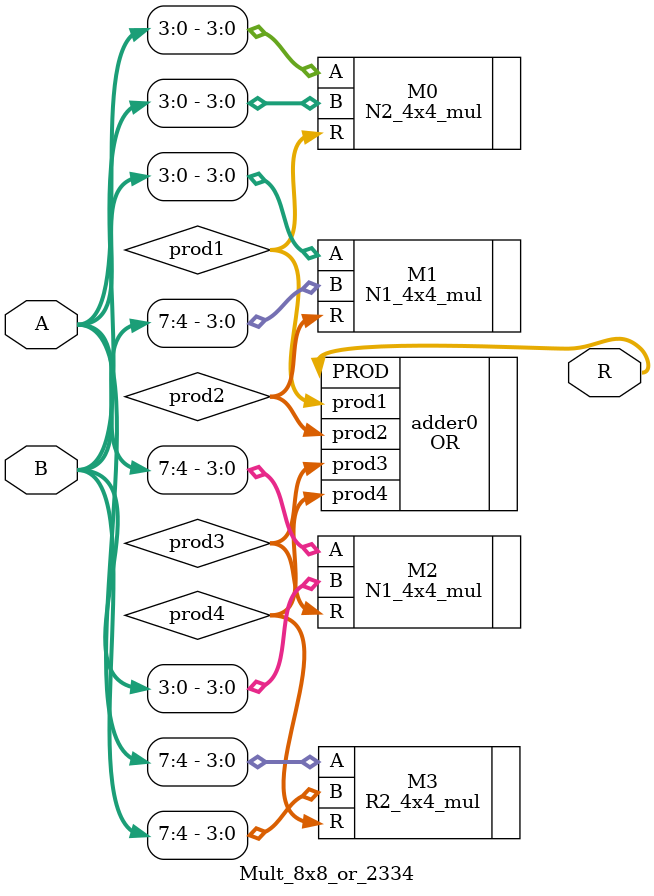
<source format=v>
module Mult_8x8_or_2334(
input [7:0] A,
input [7:0] B,
output [15:0]R
);
wire [7:0]prod1;
wire [7:0]prod2;
wire [7:0]prod3;
wire [7:0]prod4;

N2_4x4_mul M0(.A(A[3:0]),.B(B[3:0]),.R(prod1));
N1_4x4_mul M1(.A(A[3:0]),.B(B[7:4]),.R(prod2));
N1_4x4_mul M2(.A(A[7:4]),.B(B[3:0]),.R(prod3));
R2_4x4_mul M3(.A(A[7:4]),.B(B[7:4]),.R(prod4));
OR adder0(.prod1(prod1),.prod2(prod2),.prod3(prod3),.prod4(prod4),.PROD(R));
endmodule

</source>
